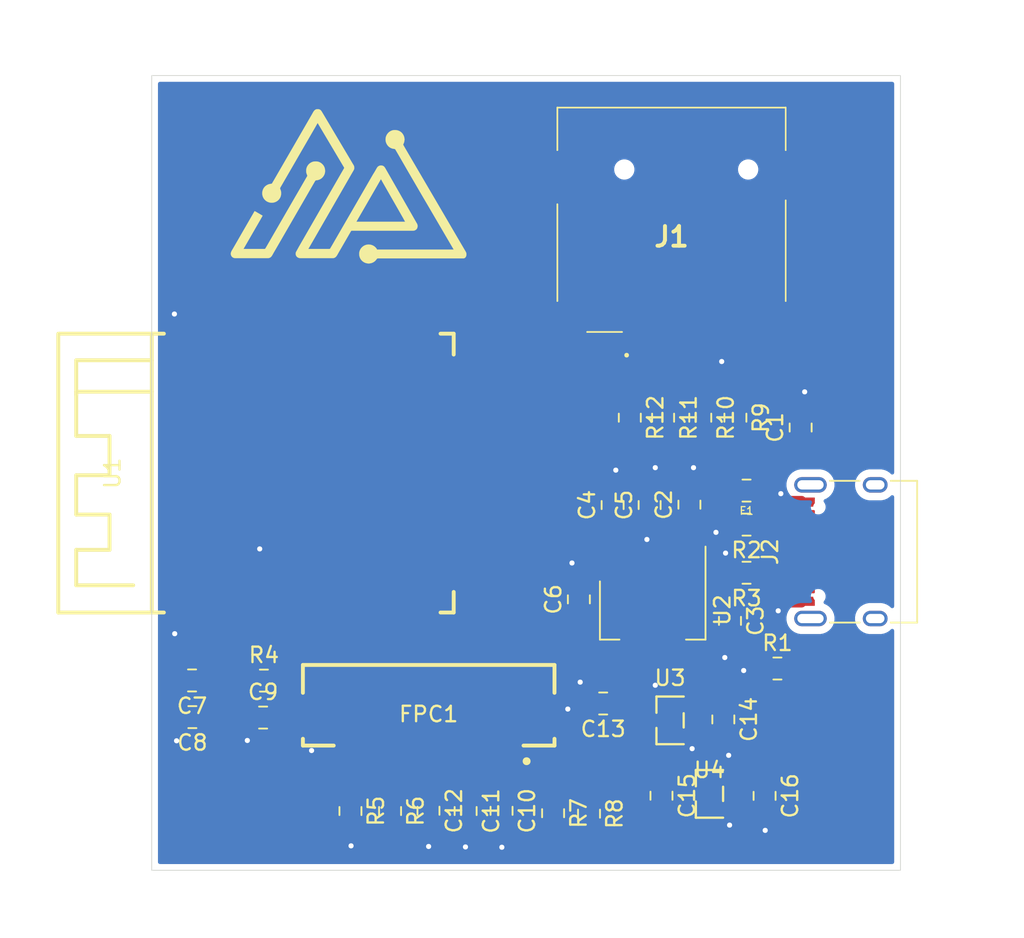
<source format=kicad_pcb>
(kicad_pcb (version 20240108) (generator "pcbnew") (generator_version "8.0")
  (layers (0 "F.Cu" signal) (31 "B.Cu" signal) (34 "B.Paste" user) (35 "F.Paste" user) (36 "B.SilkS" user "B.Silkscreen") (37 "F.SilkS" user "F.Silkscreen") (38 "B.Mask" user) (39 "F.Mask" user) (44 "Edge.Cuts" user))
  (net 0 "")
  (net 1 "Net-(J2-SHLD)")
  (net 2 "GND")
  (net 3 "USB_5V")
  (net 4 "3V3_LDO")
  (net 5 "Net-(U1-EN)")
  (net 6 "Net-(C10-Pad1)")
  (net 7 "2V8_LDO")
  (net 8 "1V8_LDO")
  (net 9 "Net-(F1-Pad1)")
  (net 10 "CAM_Y3")
  (net 11 "CAM_Y0")
  (net 12 "CAM_PCLK")
  (net 13 "CAM_Y2")
  (net 14 "CAM_Y1")
  (net 15 "CAM_Y7")
  (net 16 "CAM_SCL")
  (net 17 "CAM_HREF")
  (net 18 "CAM_XCLK")
  (net 19 "CAM_VSYNC")
  (net 20 "CAM_SDA")
  (net 21 "CAM_Y5")
  (net 22 "CAM_Y4")
  (net 23 "CAM_Y6")
  (net 25 "Net-(FPC1-Pad8)")
  (net 30 "SD_SCK")
  (net 31 "SD_CS")
  (net 35 "SD_DO")
  (net 36 "SD_DI")
  (net 38 "USB_D-")
  (net 39 "USB_D+")
  (net 40 "Net-(J2-CC2)")
  (net 41 "Net-(J2-CC1)")
  (footprint "Remal_KiCadLib:R_0805_2012m" (layer "F.Cu") (at 158.625 86.86 -90)
    (property "Reference" "R10")
    (property "Value" "4.7k")
  )
  (footprint "Remal_KiCadLib:C_0805_2012m" (layer "F.Cu") (at 130.39 106.24)
    (property "Reference" "C9")
    (property "Value" "0.1uF")
  )
  (footprint "Remal_KiCadLib:R_0805_2012m" (layer "F.Cu") (at 156.225 86.86 -90)
    (property "Reference" "R11")
    (property "Value" "4.7k")
  )
  (footprint "easyeda2kicad:WIRELM-SMD_ESP32-S3-WROOM-1" (layer "F.Cu") (at 133.55 90.45 90)
    (property "Reference" "U1")
    (property "Value" "ESP32-S3-WROOM-1(N8R8)")
  )
  (footprint "Remal_KiCadLib:SD_Micro_TFPUSH" (layer "F.Cu") (at 156.77 74.07 180)
    (property "Reference" "J1")
    (property "Value" "SD_Micro_TFPUSH" (hide yes))
  )
  (footprint "Remal_KiCadLib:C_0805_2012m" (layer "F.Cu") (at 143.47 112.28 -90)
    (property "Reference" "C11")
    (property "Value" "4.7uF")
  )
  (footprint "Remal_KiCadLib:R_0805_2012m" (layer "F.Cu") (at 154.075 86.86 -90)
    (property "Reference" "R12")
    (property "Value" "4.7k")
  )
  (footprint "Remal_KiCadLib:R_0805_2012m" (layer "F.Cu") (at 149.12 112.42 -90)
    (property "Reference" "R7")
    (property "Value" "4.7k")
  )
  (footprint "Remal_KiCadLib:C_0805_2012m" (layer "F.Cu") (at 141.07 112.26 -90)
    (property "Reference" "C12")
    (property "Value" "10nF")
  )
  (footprint "Remal_KiCadLib:R_0805_2012m" (layer "F.Cu") (at 138.59 112.28 -90)
    (property "Reference" "R6")
    (property "Value" "10k")
  )
  (footprint "Remal_KiCadLib:C_0805_2012m" (layer "F.Cu") (at 165.11 87.495 90)
    (property "Reference" "C1")
    (property "Value" "0.1uF/50V")
  )
  (footprint "Remal_KiCadLib:C_0805_2012m" (layer "F.Cu") (at 157.925 92.48 90)
    (property "Reference" "C2")
    (property "Value" "22uF")
  )
  (footprint "easyeda2kicad:SOT-23-3_L2.9-W1.6-P1.90-LS2.8-BR" (layer "F.Cu") (at 156.675 106.42)
    (property "Reference" "U3")
    (property "Value" "GR6206P282MR-G")
  )
  (footprint "Remal_KiCadLib:USB_C_16Pin_C167321" (layer "F.Cu") (at 168.85 95.52 90)
    (property "Reference" "J2")
    (property "Value" "USB_C_16Pin_C167321")
  )
  (footprint "Remal_KiCadLib:R_0805_2012m" (layer "F.Cu") (at 136.03 112.28 -90)
    (property "Reference" "R5")
    (property "Value" "10k")
  )
  (footprint "Remal_KiCadLib:R_0805_2012m" (layer "F.Cu") (at 130.44 103.85)
    (property "Reference" "R4")
    (property "Value" "4.7k")
  )
  (footprint "Remal_KiCadLib:SOT-223" (layer "F.Cu") (at 155.555 99.29 -90)
    (property "Reference" "U2")
    (property "Value" "LDO_3V3_2A_AIC1221-33GY3TR")
  )
  (footprint "Remal_KiCadLib:C_0805_2012m" (layer "F.Cu") (at 156.12 111.29 -90)
    (property "Reference" "C15")
    (property "Value" "1uF")
  )
  (footprint "Remal_KiCadLib:Fuse_0805_2012m" (layer "F.Cu") (at 161.615 91.57 180)
    (property "Reference" "F1")
    (property "Value" "Fuse_9V_Hold200mA_Trip500mA" (hide yes))
  )
  (footprint "Remal_KiCadLib:C_0805_2012m" (layer "F.Cu") (at 160.115 106.36 -90)
    (property "Reference" "C14")
    (property "Value" "1uF")
  )
  (footprint "Remal_KiCadLib:C_0805_2012m" (layer "F.Cu") (at 145.79 112.265 -90)
    (property "Reference" "C10")
    (property "Value" "10nF")
  )
  (footprint "Remal_KiCadLib:R_0805_2012m" (layer "F.Cu") (at 161.615 96.88 180)
    (property "Reference" "R3")
    (property "Value" "5.1K")
  )
  (footprint "Remal_KiCadLib:C_0805_2012m" (layer "F.Cu") (at 155.355 92.505 90)
    (property "Reference" "C5")
    (property "Value" "22uF")
  )
  (footprint "easyeda2kicad:SOT-23-3_L2.9-W1.6-P1.90-LS2.8-BR" (layer "F.Cu") (at 159.22 111.17)
    (property "Reference" "U4")
    (property "Value" "GR6206P182MR-G")
  )
  (footprint "Remal_KiCadLib:R_0805_2012m" (layer "F.Cu") (at 160.895 86.86 -90)
    (property "Reference" "R9")
    (property "Value" "4.7k")
  )
  (footprint "Remal_KiCadLib:C_0805_2012m" (layer "F.Cu") (at 125.82 106.21 180)
    (property "Reference" "C8")
    (property "Value" "0.1uF")
  )
  (footprint "Remal_KiCadLib:C_0805_2012m" (layer "F.Cu") (at 150.785 98.6 90)
    (property "Reference" "C6")
    (property "Value" "1uF")
  )
  (footprint "Remal_KiCadLib:C_0805_2012m" (layer "F.Cu") (at 162.78 111.3 -90)
    (property "Reference" "C16")
    (property "Value" "1uF")
  )
  (footprint "Remal_KiCadLib:R_0805_2012m" (layer "F.Cu") (at 161.615 93.77 180)
    (property "Reference" "R2")
    (property "Value" "5.1K")
  )
  (footprint "Remal_KiCadLib:R_0805_2012m" (layer "F.Cu") (at 151.44 112.45 -90)
    (property "Reference" "R8")
    (property "Value" "4.7k")
  )
  (footprint "Remal_KiCadLib:C_0805_2012m" (layer "F.Cu") (at 160.545 99.99 -90)
    (property "Reference" "C3")
    (property "Value" "4.7uF")
  )
  (footprint "easyeda2kicad:FPC-SMD_24P-P0.50_FPC-05F-24PH20" (layer "F.Cu") (at 141.08 107.41 180)
    (property "Reference" "FPC1")
    (property "Value" "FPC-05F-24PH20")
  )
  (footprint "Remal_KiCadLib:R_0805_2012m" (layer "F.Cu") (at 163.61 103.07)
    (property "Reference" "R1")
    (property "Value" "1M")
  )
  (footprint "Remal_KiCadLib:C_0805_2012m" (layer "F.Cu") (at 152.355 105.33 180)
    (property "Reference" "C13")
    (property "Value" "1uF")
  )
  (footprint "Remal_KiCadLib:C_0805_2012m" (layer "F.Cu") (at 152.965 92.505 90)
    (property "Reference" "C4")
    (property "Value" "22uF")
  )
  (footprint "Remal_KiCadLib:C_0805_2012m" (layer "F.Cu") (at 125.8 103.84 180)
    (property "Reference" "C7")
    (property "Value" "22uF")
  )
  (gr_poly (pts (xy 138.930607 68.271621) (xy 138.977048 68.275125) (xy 139.022152 68.281352) (xy 139.065865 68.290314) (xy 139.108132 68.302023) (xy 139.148901 68.316492) (xy 139.188117 68.333732) (xy 139.225726 68.353758) (xy 139.261674 68.376581) (xy 139.295907 68.402213) (xy 139.328372 68.430668) (xy 139.359014 68.461956) (xy 139.38778 68.496092) (xy 139.414615 68.533087) (xy 139.439466 68.572955) (xy 139.462279 68.615706) (xy 139.468924 68.629878) (xy 139.475361 68.645003) (xy 139.481555 68.660959) (xy 139.487473 68.677624) (xy 139.493078 68.694875) (xy 139.498337 68.71259) (xy 139.503214 68.730648) (xy 139.507674 68.748926) (xy 139.511684 68.767301) (xy 139.515207 68.785652) (xy 139.51821 68.803856) (xy 139.520657 68.821791) (xy 139.522514 68.839336) (xy 139.523746 68.856367) (xy 139.524319 68.872763) (xy 139.524196 68.888401) (xy 139.523666 68.899801) (xy 139.522782 68.911941) (xy 139.520025 68.937993) (xy 139.516081 68.965661) (xy 139.511103 68.99405) (xy 139.505245 69.022267) (xy 139.498661 69.049417) (xy 139.491506 69.074603) (xy 139.487762 69.086181) (xy 139.483933 69.096933) (xy 139.478502 69.110033) (xy 139.471415 69.125804) (xy 139.463492 69.143331) (xy 139.455551 69.161698) (xy 139.45183 69.17091) (xy 139.448411 69.17999) (xy 139.445397 69.188822) (xy 139.44289 69.197291) (xy 139.440993 69.205284) (xy 139.439807 69.212686) (xy 139.439514 69.21613) (xy 139.439436 69.219383) (xy 139.439588 69.222431) (xy 139.439981 69.22526) (xy 139.538954 69.40171) (xy 139.744438 69.754609) (xy 141.349811 72.497603) (xy 142.095712 73.772854) (xy 142.413482 74.318245) (xy 143.008761 75.336841) (xy 143.404168 76.010558) (xy 143.432706 76.059022) (xy 143.448686 76.086098) (xy 143.464703 76.114042) (xy 143.47993 76.142085) (xy 143.48699 76.155902) (xy 143.493541 76.169454) (xy 143.499482 76.182645) (xy 143.504709 76.19538) (xy 143.509117 76.20756) (xy 143.512605 76.219091) (xy 143.517839 76.242561) (xy 143.521257 76.267039) (xy 143.522836 76.292245) (xy 143.522556 76.317899) (xy 143.520395 76.34372) (xy 143.516331 76.369429) (xy 143.510343 76.394746) (xy 143.502409 76.419391) (xy 143.492508 76.443084) (xy 143.486813 76.454485) (xy 143.480618 76.465544) (xy 143.47392 76.476225) (xy 143.466718 76.486493) (xy 143.459007 76.496313) (xy 143.450786 76.505649) (xy 143.442051 76.514468) (xy 143.432801 76.522734) (xy 143.423032 76.530412) (xy 143.412741 76.537467) (xy 143.401927 76.543863) (xy 143.390585 76.549567) (xy 143.378715 76.554543) (xy 143.366312 76.558756) (xy 143.362516 76.559819) (xy 143.358653 76.56073) (xy 143.354732 76.561501) (xy 143.35076 76.562142) (xy 143.346745 76.562666) (xy 143.342697 76.563084) (xy 143.334531 76.563649) (xy 143.326327 76.563927) (xy 143.318151 76.564012) (xy 143.302148 76.56397) (xy 137.824183 76.56397) (xy 137.80877 76.56385) (xy 137.800631 76.563936) (xy 137.796529 76.564085) (xy 137.792432 76.564331) (xy 137.788362 76.564693) (xy 137.784341 76.565192) (xy 137.78039 76.565847) (xy 137.77653 76.566677) (xy 137.772783 76.567703) (xy 137.769168 76.568944) (xy 137.765709 76.57042) (xy 137.762426 76.572151) (xy 137.760645 76.573264) (xy 137.758809 76.574552) (xy 137.754992 76.577611) (xy 137.751012 76.581247) (xy 137.746903 76.585378) (xy 137.742704 76.589925) (xy 137.738449 76.594806) (xy 137.734177 76.599939) (xy 137.729922 76.605245) (xy 137.721613 76.616049) (xy 137.713813 76.626571) (xy 137.700908 76.644174) (xy 137.68987 76.658591) (xy 137.679059 76.672226) (xy 137.668272 76.685229) (xy 137.657307 76.697751) (xy 137.645963 76.709942) (xy 137.640085 76.71596) (xy 137.634036 76.721952) (xy 137.627792 76.727937) (xy 137.621326 76.733933) (xy 137.614614 76.739959) (xy 137.60763 76.746034) (xy 137.586287 76.763415) (xy 137.564076 76.779786) (xy 137.541063 76.795128) (xy 137.517314 76.809424) (xy 137.492893 76.822655) (xy 137.467865 76.834805) (xy 137.442297 76.845853) (xy 137.416253 76.855784) (xy 137.389797 76.864578) (xy 137.362997 76.872217) (xy 137.335916 76.878685) (xy 137.308619 76.883962) (xy 137.281173 76.888031) (xy 137.253642 76.890873) (xy 137.226092 76.892472) (xy 137.198587 76.892808) (xy 137.150688 76.89034) (xy 137.10349 76.884131) (xy 137.057189 76.874311) (xy 137.011984 76.861005) (xy 136.968074 76.84434) (xy 136.925656 76.824445) (xy 136.884928 76.801445) (xy 136.846089 76.775469) (xy 136.809336 76.746643) (xy 136.774868 76.715094) (xy 136.742883 76.68095) (xy 136.713579 76.644337) (xy 136.687153 76.605383) (xy 136.663804 76.564215) (xy 136.643731 76.52096) (xy 136.634984 76.49859) (xy 136.627131 76.475745) (xy 136.6225 76.460796) (xy 136.618338 76.446282) (xy 136.614623 76.432135) (xy 136.611333 76.41829) (xy 136.608446 76.404677) (xy 136.605941 76.391232) (xy 136.603795 76.377885) (xy 136.601986 76.364571) (xy 136.600494 76.351222) (xy 136.599296 76.337772) (xy 136.597693 76.310296) (xy 136.597004 76.281609) (xy 136.597054 76.251172) (xy 136.597802 76.22865) (xy 136.599492 76.206276) (xy 136.605618 76.16205) (xy 136.615274 76.118663) (xy 136.628301 76.076284) (xy 136.644542 76.03508) (xy 136.663838 75.99522) (xy 136.686032 75.956874) (xy 136.710964 75.920208) (xy 136.738478 75.885393) (xy 136.768414 75.852595) (xy 136.800615 75.821984) (xy 136.834923 75.793728) (xy 136.871179 75.767996) (xy 136.909225 75.744956) (xy 136.948903 75.724776) (xy 136.990056 75.707626) (xy 137.000998 75.703676) (xy 137.011711 75.700054) (xy 137.022234 75.696738) (xy 137.032603 75.69371) (xy 137.042855 75.690947) (xy 137.053027 75.688431) (xy 137.073278 75.684056) (xy 137.093654 75.680422) (xy 137.11445 75.677365) (xy 137.135961 75.674724) (xy 137.158485 75.672336) (xy 137.206608 75.667124) (xy 137.334935 75.683324) (xy 137.359656 75.688764) (xy 137.384024 75.69518) (xy 137.408013 75.702565) (xy 137.431599 75.710907) (xy 137.454755 75.720198) (xy 137.477456 75.730427) (xy 137.499676 75.741586) (xy 137.52139 75.753664) (xy 137.542572 75.766652) (xy 137.563197 75.78054) (xy 137.583238 75.795318) (xy 137.60267 75.810978) (xy 137.621468 75.827508) (xy 137.639606 75.844901) (xy 137.657058 75.863145) (xy 137.673799 75.882232) (xy 137.696562 75.908698) (xy 137.701907 75.915005) (xy 137.707071 75.921291) (xy 137.712032 75.92761) (xy 137.716768 75.934014) (xy 137.721258 75.940553) (xy 137.725481 75.947281) (xy 137.729413 75.95425) (xy 137.733035 75.96151) (xy 137.736324 75.969115) (xy 137.739258 75.977117) (xy 137.740586 75.981283) (xy 137.741817 75.985567) (xy 137.742948 75.989977) (xy 137.743978 75.994518) (xy 142.700615 75.994518) (xy 141.978694 74.759368) (xy 141.373872 73.724731) (xy 140.965952 73.026952) (xy 140.650749 72.489582) (xy 139.791439 71.01382) (xy 139.226557 70.035325) (xy 139.022598 69.682426) (xy 138.923786 69.516242) (xy 138.921377 69.513614) (xy 138.918904 69.511169) (xy 138.91637 69.5089) (xy 138.913777 69.506799) (xy 138.911126 69.504858) (xy 138.908422 69.50307) (xy 138.905665 69.501427) (xy 138.902858 69.499922) (xy 138.900005 69.498546) (xy 138.897106 69.497292) (xy 138.891183 69.495121) (xy 138.885108 69.493347) (xy 138.878901 69.49191) (xy 138.87258 69.490748) (xy 138.866164 69.4898) (xy 138.853124 69.488304) (xy 138.839932 69.486934) (xy 138.833326 69.486144) (xy 138.826738 69.485203) (xy 138.803001 69.481206) (xy 138.780276 69.476826) (xy 138.758298 69.471928) (xy 138.736799 69.466375) (xy 138.715515 69.460032) (xy 138.694179 69.452765) (xy 138.672526 69.444438) (xy 138.650289 69.434915) (xy 138.630032 69.425296) (xy 138.61025 69.414908) (xy 138.590955 69.403775) (xy 138.572158 69.39192) (xy 138.553872 69.379368) (xy 138.536109 69.366142) (xy 138.518882 69.352266) (xy 138.502201 69.337766) (xy 138.486079 69.322663) (xy 138.470529 69.306983) (xy 138.455563 69.290749) (xy 138.441192 69.273985) (xy 138.427428 69.256715) (xy 138.414284 69.238964) (xy 138.401772 69.220754) (xy 138.389905 69.202111) (xy 138.378693 69.183057) (xy 138.368149 69.163618) (xy 138.358285 69.143816) (xy 138.349114 69.123676) (xy 138.340648 69.103222) (xy 138.332897 69.082478) (xy 138.325876 69.061467) (xy 138.319595 69.040214) (xy 138.314067 69.018743) (xy 138.309305 68.997077) (xy 138.305319 68.975241) (xy 138.302122 68.953258) (xy 138.299727 68.931152) (xy 138.298145 68.908948) (xy 138.297388 68.886669) (xy 138.297469 68.86434) (xy 138.298871 68.834979) (xy 138.301716 68.805891) (xy 138.305969 68.777117) (xy 138.311593 68.748701) (xy 138.318555 68.720685) (xy 138.326818 68.693111) (xy 138.336347 68.666023) (xy 138.347107 68.639461) (xy 138.359063 68.61347) (xy 138.372179 68.588092) (xy 138.38642 68.563368) (xy 138.401751 68.539342) (xy 138.418137 68.516057) (xy 138.435541 68.493554) (xy 138.45393 68.471876) (xy 138.473267 68.451066) (xy 138.493518 68.431166) (xy 138.514647 68.41222) (xy 138.536618 68.394268) (xy 138.559397 68.377354) (xy 138.582948 68.361521) (xy 138.607236 68.346811) (xy 138.632226 68.333266) (xy 138.657882 68.320929) (xy 138.684169 68.309843) (xy 138.711051 68.30005) (xy 138.738495 68.291592) (xy 138.766463 68.284513) (xy 138.794921 68.278854) (xy 138.823834 68.274658) (xy 138.853166 68.271968) (xy 138.882882 68.270827)) (stroke (width 0.00802) (color 253 179 2 1)) (fill solid) (layer "F.SilkS"))
  (gr_poly (pts (xy 133.83 70.3) (xy 133.849605 70.300677) (xy 133.869201 70.302227) (xy 133.908269 70.307858) (xy 133.947015 70.316716) (xy 133.985253 70.328623) (xy 134.022795 70.343402) (xy 134.059452 70.360877) (xy 134.095038 70.38087) (xy 134.129363 70.403203) (xy 134.162241 70.4277) (xy 134.193484 70.454184) (xy 134.222904 70.482477) (xy 134.250314 70.512402) (xy 134.275525 70.543781) (xy 134.29835 70.576439) (xy 134.318601 70.610197) (xy 134.33609 70.644879) (xy 134.34455 70.664087) (xy 134.352153 70.682842) (xy 134.358939 70.701224) (xy 134.364949 70.719309) (xy 134.370224 70.737176) (xy 134.374804 70.754904) (xy 134.378732 70.772569) (xy 134.382047 70.79025) (xy 134.384791 70.808025) (xy 134.387004 70.825972) (xy 134.388728 70.844169) (xy 134.390003 70.862695) (xy 134.390869 70.881626) (xy 134.391369 70.901041) (xy 134.391431 70.941636) (xy 134.389164 70.98307) (xy 134.383459 71.024262) (xy 134.374474 71.065019) (xy 134.362366 71.105147) (xy 134.34729 71.144453) (xy 134.329405 71.182743) (xy 134.308867 71.219826) (xy 134.285832 71.255506) (xy 134.260458 71.289592) (xy 134.232901 71.321889) (xy 134.203319 71.352204) (xy 134.171868 71.380345) (xy 134.138704 71.406118) (xy 134.103986 71.42933) (xy 134.067869 71.449787) (xy 134.030511 71.467296) (xy 134.012989 71.474304) (xy 133.994474 71.481013) (xy 133.975245 71.487335) (xy 133.95558 71.493182) (xy 133.935757 71.498464) (xy 133.916054 71.503095) (xy 133.89675 71.506984) (xy 133.878122 71.510045) (xy 133.853748 71.512993) (xy 133.839293 71.51476) (xy 133.824366 71.516903) (xy 133.816969 71.518157) (xy 133.809747 71.519557) (xy 133.802797 71.521118) (xy 133.796216 71.522858) (xy 133.790103 71.524793) (xy 133.784554 71.52694) (xy 133.779668 71.529317) (xy 133.775541 71.531941) (xy 133.771271 71.535589) (xy 133.766652 71.540417) (xy 133.761745 71.546274) (xy 133.75661 71.553009) (xy 133.75131 71.560472) (xy 133.745903 71.568512) (xy 133.735018 71.585718) (xy 133.72444 71.60342) (xy 133.714658 71.620411) (xy 133.699427 71.647435) (xy 133.560673 71.888049) (xy 131.569437 75.336841) (xy 131.179883 76.010558) (xy 131.049311 76.235132) (xy 131.016833 76.294959) (xy 130.984747 76.352141) (xy 130.968213 76.379228) (xy 130.951009 76.405039) (xy 130.932882 76.429369) (xy 130.913575 76.452014) (xy 130.903399 76.462641) (xy 130.892832 76.472769) (xy 130.881843 76.482374) (xy 130.870399 76.491429) (xy 130.858469 76.49991) (xy 130.84602 76.50779) (xy 130.83302 76.515043) (xy 130.819438 76.521645) (xy 130.805242 76.52757) (xy 130.7904 76.532792) (xy 130.774879 76.537286) (xy 130.758648 76.541025) (xy 130.741675 76.543984) (xy 130.723928 76.546139) (xy 130.705375 76.547462) (xy 130.685984 76.547929) (xy 128.592648 76.547929) (xy 128.569315 76.547012) (xy 128.546441 76.54449) (xy 128.524102 76.54039) (xy 128.502377 76.534737) (xy 128.481344 76.527558) (xy 128.461081 76.518879) (xy 128.441665 76.508728) (xy 128.423175 76.49713) (xy 128.405689 76.484111) (xy 128.389285 76.469699) (xy 128.374041 76.45392) (xy 128.360035 76.4368) (xy 128.347344 76.418365) (xy 128.336047 76.398642) (xy 128.330946 76.388306) (xy 128.326222 76.377658) (xy 128.321886 76.366701) (xy 128.317947 76.355438) (xy 128.315719 76.348414) (xy 128.313719 76.341632) (xy 128.311938 76.335055) (xy 128.310364 76.328646) (xy 128.308989 76.322367) (xy 128.307801 76.316181) (xy 128.30679 76.31005) (xy 128.305947 76.303937) (xy 128.30526 76.297804) (xy 128.304721 76.291614) (xy 128.304317 76.285329) (xy 128.30404 76.278912) (xy 128.303825 76.265531) (xy 128.303992 76.251172) (xy 128.305292 76.231172) (xy 128.308166 76.211164) (xy 128.312476 76.191176) (xy 128.31808 76.171237) (xy 128.32484 76.151377) (xy 128.332614 76.131624) (xy 128.341265 76.112008) (xy 128.350651 76.092558) (xy 128.360632 76.073302) (xy 128.37107 76.054269) (xy 128.392755 76.016992) (xy 128.435447 75.946395) (xy 128.722178 75.449128) (xy 129.521816 74.06159) (xy 129.835817 73.5162) (xy 129.847171 73.518749) (xy 129.858738 73.522131) (xy 129.870477 73.52626) (xy 129.882348 73.53105) (xy 129.89431 73.536416) (xy 129.906323 73.542273) (xy 129.918346 73.548536) (xy 129.930338 73.555119) (xy 129.954067 73.568904) (xy 129.977185 73.582947) (xy 129.999367 73.596566) (xy 130.020287 73.609077) (xy 130.357146 73.804936) (xy 130.223044 74.045549) (xy 129.935431 74.542817) (xy 129.121997 75.954415) (xy 130.453391 75.954415) (xy 130.468654 75.954536) (xy 130.476824 75.954449) (xy 130.480955 75.9543) (xy 130.485082 75.954054) (xy 130.48918 75.953692) (xy 130.493223 75.953193) (xy 130.497187 75.952539) (xy 130.501044 75.951708) (xy 130.504771 75.950682) (xy 130.50834 75.949441) (xy 130.511728 75.947965) (xy 130.514908 75.946234) (xy 130.516709 75.945076) (xy 130.518487 75.943801) (xy 130.520243 75.942415) (xy 130.521976 75.940925) (xy 130.525373 75.937657) (xy 130.528678 75.934046) (xy 130.531892 75.930143) (xy 130.535013 75.925998) (xy 130.53804 75.92166) (xy 130.540975 75.91718) (xy 130.543815 75.912609) (xy 130.546561 75.907995) (xy 130.551767 75.898841) (xy 130.561026 75.882232) (xy 130.64107 75.745884) (xy 131.034232 75.064146) (xy 132.173136 73.091116) (xy 132.553545 72.433439) (xy 132.68869 72.200846) (xy 133.077281 71.527129) (xy 133.183712 71.342658) (xy 133.215133 71.289864) (xy 133.223899 71.27447) (xy 133.231625 71.26012) (xy 133.234877 71.253637) (xy 133.237605 71.247774) (xy 133.239722 71.242653) (xy 133.241139 71.238392) (xy 133.241869 71.235321) (xy 133.242396 71.232159) (xy 133.24273 71.228911) (xy 133.242879 71.225584) (xy 133.242854 71.222183) (xy 133.242665 71.218717) (xy 133.241828 71.21161) (xy 133.240445 71.204314) (xy 133.238593 71.196879) (xy 133.236346 71.189357) (xy 133.23378 71.181798) (xy 133.230972 71.174253) (xy 133.227998 71.166773) (xy 133.221852 71.152211) (xy 133.215951 71.13852) (xy 133.210902 71.126106) (xy 133.203586 71.105416) (xy 133.196618 71.083026) (xy 133.19018 71.059449) (xy 133.184454 71.035194) (xy 133.179624 71.010775) (xy 133.177601 70.998663) (xy 133.17587 70.986701) (xy 133.174454 70.974953) (xy 133.173376 70.963484) (xy 133.172658 70.952357) (xy 133.172323 70.941636) (xy 133.172323 70.885493) (xy 133.17289 70.860941) (xy 133.174503 70.836611) (xy 133.17714 70.812525) (xy 133.180781 70.788705) (xy 133.185405 70.765173) (xy 133.190991 70.741952) (xy 133.204964 70.696528) (xy 133.222534 70.652612) (xy 133.243534 70.610378) (xy 133.267798 70.570006) (xy 133.295156 70.531671) (xy 133.325444 70.49555) (xy 133.358493 70.46182) (xy 133.394137 70.430659) (xy 133.432208 70.402243) (xy 133.47254 70.376749) (xy 133.514965 70.354355) (xy 133.559317 70.335236) (xy 133.605428 70.31957) (xy 133.620475 70.315361) (xy 133.635075 70.311758) (xy 133.649294 70.308717) (xy 133.663198 70.306192) (xy 133.676857 70.30414) (xy 133.690335 70.302515) (xy 133.703701 70.301274) (xy 133.717022 70.300371) (xy 133.743795 70.299404) (xy 133.771191 70.299257)) (stroke (width 0.00802) (color 253 179 2 1)) (fill solid) (layer "F.SilkS"))
  (gr_poly (pts (xy 133.934266 66.923391) (xy 133.949251 66.92388) (xy 133.963621 66.924975) (xy 133.977398 66.926659) (xy 133.990605 66.928915) (xy 134.003267 66.931726) (xy 134.015407 66.935076) (xy 134.027048 66.938947) (xy 134.038213 66.943324) (xy 134.048927 66.948188) (xy 134.059212 66.953523) (xy 134.069093 66.959312) (xy 134.078592 66.965539) (xy 134.087733 66.972186) (xy 134.096539 66.979237) (xy 134.105034 66.986675) (xy 134.113242 66.994483) (xy 134.128889 67.011141) (xy 134.143667 67.029077) (xy 134.157764 67.048157) (xy 134.171368 67.068244) (xy 134.184666 67.089206) (xy 134.197847 67.110906) (xy 134.224606 67.155984) (xy 134.353575 67.372537) (xy 135.200374 68.800176) (xy 135.981084 70.11553) (xy 136.166197 70.428327) (xy 136.179586 70.451086) (xy 136.19214 70.47174) (xy 136.214711 70.508116) (xy 136.224716 70.524526) (xy 136.233856 70.540212) (xy 136.242126 70.555519) (xy 136.249519 70.57079) (xy 136.256027 70.586372) (xy 136.261643 70.602609) (xy 136.266362 70.619846) (xy 136.270175 70.638428) (xy 136.273076 70.6587) (xy 136.275058 70.681006) (xy 136.276114 70.705693) (xy 136.276236 70.733104) (xy 136.275584 70.7475) (xy 136.274031 70.761645) (xy 136.271642 70.775552) (xy 136.268484 70.789237) (xy 136.264622 70.802716) (xy 136.260122 70.816003) (xy 136.255049 70.829113) (xy 136.249468 70.842062) (xy 136.243446 70.854864) (xy 136.237048 70.867534) (xy 136.223384 70.892541) (xy 136.194428 70.941636) (xy 136.055032 71.182249) (xy 135.46954 72.200846) (xy 133.969797 74.807491) (xy 133.564122 75.513291) (xy 133.308671 75.954415) (xy 134.640065 75.954415) (xy 134.655523 75.954525) (xy 134.663803 75.954428) (xy 134.667991 75.954275) (xy 134.672177 75.954025) (xy 134.676336 75.953659) (xy 134.680442 75.953158) (xy 134.68447 75.952503) (xy 134.688395 75.951675) (xy 134.69219 75.950653) (xy 134.69583 75.949418) (xy 134.69929 75.947952) (xy 134.702544 75.946234) (xy 134.70425 75.945173) (xy 134.705923 75.944021) (xy 134.707565 75.942783) (xy 134.709176 75.941464) (xy 134.712307 75.938601) (xy 134.715323 75.935468) (xy 134.718229 75.932103) (xy 134.721029 75.928543) (xy 134.723729 75.924823) (xy 134.726335 75.92098) (xy 134.728852 75.917052) (xy 134.731284 75.913076) (xy 134.735918 75.905124) (xy 134.744411 75.890252) (xy 134.824455 75.753904) (xy 135.19925 75.104249) (xy 135.723149 74.197937) (xy 136.412584 74.197937) (xy 139.564619 74.197937) (xy 139.423621 73.941283) (xy 139.154373 73.468077) (xy 138.338694 72.040437) (xy 138.114041 71.647435) (xy 138.008653 71.454945) (xy 137.992612 71.454945) (xy 137.619019 72.104601) (xy 136.790748 73.540261) (xy 136.526073 73.997426) (xy 136.412584 74.197937) (xy 135.723149 74.197937) (xy 136.200684 73.371831) (xy 136.755859 72.409378) (xy 137.482672 71.150167) (xy 137.582365 70.989758) (xy 137.684466 70.813309) (xy 137.705438 70.776089) (xy 137.717114 70.755432) (xy 137.729291 70.734387) (xy 137.741749 70.713689) (xy 137.754271 70.69407) (xy 137.760486 70.684894) (xy 137.766636 70.676262) (xy 137.772691 70.668267) (xy 137.778626 70.661001) (xy 137.789119 70.649589) (xy 137.800678 70.638581) (xy 137.8132 70.628033) (xy 137.826581 70.617999) (xy 137.840719 70.608537) (xy 137.855511 70.599702) (xy 137.870853 70.591549) (xy 137.886642 70.584134) (xy 137.902775 70.577514) (xy 137.919149 70.571744) (xy 137.93566 70.566879) (xy 137.952207 70.562977) (xy 137.968684 70.560091) (xy 137.98499 70.558279) (xy 138.001021 70.557596) (xy 138.016673 70.558098) (xy 138.033964 70.559674) (xy 138.050443 70.561821) (xy 138.066144 70.564527) (xy 138.0811 70.56778) (xy 138.095344 70.571566) (xy 138.10891 70.575873) (xy 138.121832 70.580688) (xy 138.134141 70.585999) (xy 138.145873 70.591793) (xy 138.15706 70.598058) (xy 138.167735 70.604781) (xy 138.177933 70.611948) (xy 138.187685 70.619549) (xy 138.197026 70.627569) (xy 138.205989 70.635997) (xy 138.214608 70.644819) (xy 138.230944 70.663597) (xy 138.246302 70.683803) (xy 138.260948 70.705335) (xy 138.275149 70.728092) (xy 138.303283 70.776877) (xy 138.33284 70.82935) (xy 138.644514 71.37474) (xy 140.106641 73.933263) (xy 140.280685 74.23804) (xy 140.298729 74.268877) (xy 140.315166 74.296444) (xy 140.322706 74.309433) (xy 140.329756 74.322123) (xy 140.336285 74.334687) (xy 140.342262 74.347298) (xy 140.347659 74.36013) (xy 140.352444 74.373354) (xy 140.35659 74.387143) (xy 140.360065 74.401672) (xy 140.36284 74.417112) (xy 140.364884 74.433637) (xy 140.366169 74.45142) (xy 140.366664 74.470633) (xy 140.366187 74.493952) (xy 140.364523 74.516583) (xy 140.361639 74.538505) (xy 140.357502 74.559695) (xy 140.35208 74.580131) (xy 140.34534 74.599792) (xy 140.337249 74.618654) (xy 140.327775 74.636696) (xy 140.316884 74.653896) (xy 140.304544 74.670232) (xy 140.290722 74.685682) (xy 140.275385 74.700223) (xy 140.258501 74.713834) (xy 140.240036 74.726492) (xy 140.219958 74.738175) (xy 140.198235 74.748862) (xy 140.189132 74.752794) (xy 140.180153 74.756332) (xy 140.171274 74.759496) (xy 140.16247 74.762304) (xy 140.153718 74.764777) (xy 140.144992 74.766934) (xy 140.136269 74.768794) (xy 140.127525 74.770377) (xy 140.118734 74.771703) (xy 140.109873 74.77279) (xy 140.100917 74.773659) (xy 140.091843 74.77433) (xy 140.073239 74.775151) (xy 140.053867 74.775409) (xy 136.14791 74.775409) (xy 136.134096 74.775523) (xy 136.122151 74.775899) (xy 136.111834 74.776677) (xy 136.107211 74.777261) (xy 136.102905 74.777999) (xy 136.098885 74.778908) (xy 136.095122 74.780006) (xy 136.091585 74.781311) (xy 136.088245 74.78284) (xy 136.085071 74.78461) (xy 136.082033 74.786641) (xy 136.079102 74.788948) (xy 136.076247 74.791551) (xy 136.073438 74.794466) (xy 136.070644 74.797711) (xy 136.067837 74.801304) (xy 136.064986 74.805262) (xy 136.05903 74.814346) (xy 136.052536 74.825104) (xy 136.036974 74.852205) (xy 136.027424 74.868831) (xy 136.016374 74.887696) (xy 135.844737 75.184452) (xy 135.507477 75.769945) (xy 135.251865 76.21107) (xy 135.187237 76.327993) (xy 135.170378 76.356595) (xy 135.152797 76.38434) (xy 135.134273 76.410923) (xy 135.114585 76.436043) (xy 135.093513 76.459396) (xy 135.082389 76.470315) (xy 135.070835 76.480679) (xy 135.058826 76.490449) (xy 135.046332 76.499589) (xy 135.033327 76.508059) (xy 135.019782 76.515822) (xy 135.00567 76.52284) (xy 134.990964 76.529076) (xy 134.975636 76.53449) (xy 134.959658 76.539047) (xy 134.943003 76.542707) (xy 134.925644 76.545432) (xy 134.907551 76.547186) (xy 134.888699 76.547929) (xy 132.795362 76.547929) (xy 132.775696 76.547373) (xy 132.756477 76.545786) (xy 132.737728 76.543197) (xy 132.719475 76.539634) (xy 132.701741 76.535127) (xy 132.684553 76.529705) (xy 132.667933 76.523397) (xy 132.651908 76.516232) (xy 132.636501 76.508239) (xy 132.621737 76.499448) (xy 132.607641 76.489887) (xy 132.594238 76.479586) (xy 132.581552 76.468574) (xy 132.569607 76.45688) (xy 132.558429 76.444533) (xy 132.548042 76.431562) (xy 132.53847 76.417996) (xy 132.529739 76.403865) (xy 132.521872 76.389197) (xy 132.514895 76.374022) (xy 132.508832 76.358369) (xy 132.503708 76.342266) (xy 132.499547 76.325744) (xy 132.496374 76.30883) (xy 132.494213 76.291555) (xy 132.49309 76.273947) (xy 132.493029 76.256036) (xy 132.494055 76.237851) (xy 132.496191 76.21942) (xy 132.499463 76.200773) (xy 132.503896 76.181939) (xy 132.509513 76.162947) (xy 132.703769 75.810048) (xy 133.095487 75.12831) (xy 134.931047 71.936171) (xy 135.429437 71.069963) (xy 135.572683 70.821329) (xy 135.585953 70.798879) (xy 135.594421 70.784462) (xy 135.60311 70.769136) (xy 135.611269 70.753818) (xy 135.614915 70.746448) (xy 135.618147 70.739423) (xy 135.620871 70.732857) (xy 135.622993 70.726866) (xy 135.62442 70.721563) (xy 135.624842 70.719206) (xy 135.625056 70.717063) (xy 135.625095 70.714955) (xy 135.625005 70.712799) (xy 135.624793 70.710599) (xy 135.624464 70.708359) (xy 135.623481 70.703774) (xy 135.622106 70.699074) (xy 135.620388 70.694289) (xy 135.618377 70.689451) (xy 135.61612 70.684591) (xy 135.613667 70.679738) (xy 135.611068 70.674924) (xy 135.608372 70.670179) (xy 135.602882 70.661019) (xy 135.592894 70.644879) (xy 135.512048 70.508532) (xy 135.179039 69.9471) (xy 134.298394 68.463317) (xy 134.046632 68.038234) (xy 133.910204 67.813661) (xy 133.761184 68.078336) (xy 133.464428 68.591645) (xy 132.703929 69.906998) (xy 132.455055 70.340102) (xy 131.83756 71.406822) (xy 131.587643 71.839926) (xy 131.529515 71.938638) (xy 131.512629 71.968565) (xy 131.498112 71.995776) (xy 131.492261 72.00761) (xy 131.487623 72.017862) (xy 131.484406 72.026232) (xy 131.482816 72.032417) (xy 131.482576 72.034946) (xy 131.482524 72.037655) (xy 131.48295 72.043564) (xy 131.484014 72.050051) (xy 131.485637 72.057022) (xy 131.487738 72.064385) (xy 131.490239 72.072047) (xy 131.493059 72.079916) (xy 131.49612 72.087898) (xy 131.502644 72.103832) (xy 131.509174 72.119105) (xy 131.515075 72.132976) (xy 131.51971 72.144703) (xy 131.527366 72.16693) (xy 131.533978 72.18865) (xy 131.536895 72.199391) (xy 131.539554 72.210092) (xy 131.541956 72.22078) (xy 131.544102 72.231484) (xy 131.545994 72.242234) (xy 131.547632 72.253057) (xy 131.549017 72.263983) (xy 131.550151 72.27504) (xy 131.551035 72.286257) (xy 131.551669 72.297662) (xy 131.552054 72.309285) (xy 131.552193 72.321153) (xy 131.552193 72.385316) (xy 131.551289 72.415218) (xy 131.548698 72.444992) (xy 131.544463 72.474569) (xy 131.538628 72.503879) (xy 131.531237 72.532849) (xy 131.522332 72.561411) (xy 131.511959 72.589494) (xy 131.50016 72.617027) (xy 131.48698 72.64394) (xy 131.472461 72.670161) (xy 131.456649 72.695622) (xy 131.439586 72.72025) (xy 131.421316 72.743977) (xy 131.401883 72.76673) (xy 131.38133 72.78844) (xy 131.359702 72.809037) (xy 131.32902 72.835034) (xy 131.297243 72.858631) (xy 131.26448 72.879851) (xy 131.230838 72.898716) (xy 131.196423 72.915249) (xy 131.161344 72.929471) (xy 131.125707 72.941406) (xy 131.089621 72.951075) (xy 131.053192 72.958502) (xy 131.016529 72.963707) (xy 130.979738 72.966715) (xy 130.942927 72.967547) (xy 130.906203 72.966226) (xy 130.869674 72.962773) (xy 130.833447 72.957212) (xy 130.797629 72.949565) (xy 130.762328 72.939854) (xy 130.727652 72.928102) (xy 130.693708 72.914331) (xy 130.660602 72.898563) (xy 130.628444 72.880821) (xy 130.597339 72.861127) (xy 130.567396 72.839503) (xy 130.538721 72.815973) (xy 130.511423 72.790558) (xy 130.485609 72.763281) (xy 130.461385 72.734164) (xy 130.43886 72.70323) (xy 130.418141 72.670501) (xy 130.399335 72.635999) (xy 130.38255 72.599746) (xy 130.367893 72.561766) (xy 130.361039 72.540744) (xy 130.354638 72.518269) (xy 130.348823 72.494778) (xy 130.343722 72.470704) (xy 130.339467 72.446484) (xy 130.336189 72.422553) (xy 130.334957 72.410831) (xy 130.334018 72.399345) (xy 130.333388 72.388148) (xy 130.333085 72.377296) (xy 130.334079 72.329123) (xy 130.338154 72.282004) (xy 130.345281 72.236049) (xy 130.355429 72.191367) (xy 130.368569 72.148066) (xy 130.384671 72.106256) (xy 130.403705 72.066046) (xy 130.425641 72.027544) (xy 130.450449 71.99086) (xy 130.4781 71.956103) (xy 130.508563 71.923382) (xy 130.541809 71.892806) (xy 130.577809 71.864483) (xy 130.616531 71.838523) (xy 130.657946 71.815036) (xy 130.702025 71.794129) (xy 130.719802 71.786758) (xy 130.737463 71.780038) (xy 130.755106 71.773957) (xy 130.772826 71.768504) (xy 130.790719 71.763667) (xy 130.80888 71.759436) (xy 130.827407 71.755798) (xy 130.846393 71.752744) (xy 130.899589 71.746227) (xy 130.915036 71.743931) (xy 130.928976 71.741375) (xy 130.935013 71.740001) (xy 130.940229 71.738563) (xy 130.944478 71.737063) (xy 130.947611 71.7355) (xy 130.949448 71.734257) (xy 130.951302 71.732823) (xy 130.955051 71.729422) (xy 130.958837 71.725387) (xy 130.962641 71.720805) (xy 130.966442 71.715765) (xy 130.970218 71.710357) (xy 130.973951 71.704667) (xy 130.977618 71.698786) (xy 130.984675 71.686802) (xy 130.991226 71.675113) (xy 131.002151 71.655456) (xy 131.100642 71.487026) (xy 131.420497 70.933615) (xy 132.046092 69.850855) (xy 132.671687 68.768094) (xy 133.064849 68.086356) (xy 133.556101 67.236189) (xy 133.606014 67.145183) (xy 133.619028 67.122168) (xy 133.632515 67.099444) (xy 133.646606 67.077208) (xy 133.66143 67.055659) (xy 133.677117 67.034994) (xy 133.693797 67.015411) (xy 133.711598 66.997109) (xy 133.730652 66.980285) (xy 133.740689 66.97249) (xy 133.751087 66.965138) (xy 133.761863 66.958254) (xy 133.773034 66.951865) (xy 133.784614 66.945993) (xy 133.796621 66.940664) (xy 133.809071 66.935902) (xy 133.82198 66.931733) (xy 133.828828 66.929877) (xy 133.835716 66.928295) (xy 133.84264 66.926967) (xy 133.849596 66.925873) (xy 133.856581 66.924991) (xy 133.863591 66.9243) (xy 133.870622 66.923781) (xy 133.877672 66.923411) (xy 133.891808 66.923042) (xy 133.905972 66.923026)) (stroke (width 0.00802) (color 253 179 2 1)) (fill solid) (layer "F.SilkS"))
  (gr_rect (start 123.195 64.75) (end 171.555 116.11) (stroke (width 0.05)) (fill none) (layer "Edge.Cuts"))
  (segment (start 157.915 107.37) (end 157.915 108.065) (width 0.508) (layer "F.Cu") (net 2))
  (segment (start 133.78 91.95) (end 132.38 91.95) (width 0.508) (layer "F.Cu") (net 2))
  (segment (start 165.182825 98.87015) (end 164.12985 98.87015) (width 0.508) (layer "F.Cu") (net 2))
  (segment (start 161.56 103.07) (end 161.43 103.2) (width 0.508) (layer "F.Cu") (net 2))
  (segment (start 143.47 113.305) (end 143.47 114.59) (width 0.508) (layer "F.Cu") (net 2))
  (segment (start 152.965 91.48) (end 152.965 90.455) (width 0.508) (layer "F.Cu") (net 2))
  (segment (start 160.14 93.77) (end 159.64 94.27) (width 0.508) (layer "F.Cu") (net 2))
  (segment (start 160.115 107.385) (end 160.115 108.335) (width 0.508) (layer "F.Cu") (net 2))
  (segment (start 165.11 85.45) (end 165.37 85.19) (width 0.508) (layer "F.Cu") (net 2))
  (segment (start 157.9 91.48) (end 157.925 91.455) (width 0.508) (layer "F.Cu") (net 2))
  (segment (start 130.98 93.35) (end 132.38 93.35) (width 0.508) (layer "F.Cu") (net 2))
  (segment (start 124.775 106.19) (end 124.795 106.21) (width 0.508) (layer "F.Cu") (net 2))
  (segment (start 148.52 106.12) (end 149.64 106.12) (width 0.508) (layer "F.Cu") (net 2))
  (segment (start 145.79 114.6) (end 145.81 114.62) (width 0.508) (layer "F.Cu") (net 2))
  (segment (start 143.47 114.59) (end 143.46 114.6) (width 0.508) (layer "F.Cu") (net 2))
  (segment (start 124.66 81.7) (end 124.66 80.16) (width 0.508) (layer "F.Cu") (net 2))
  (segment (start 130.98 93.35) (end 130.98 94.53) (width 0.508) (layer "F.Cu") (net 2))
  (segment (start 124.66 99.2) (end 124.66 100.8) (width 0.508) (layer "F.Cu") (net 2))
  (segment (start 129.365 106.24) (end 129.365 107.715) (width 0.508) (layer "F.Cu") (net 2))
  (segment (start 157.925 90.355) (end 158.19 90.09) (width 0.508) (layer "F.Cu") (net 2))
  (segment (start 124.795 106.21) (end 124.795 107.735) (width 0.508) (layer "F.Cu") (net 2))
  (segment (start 150.785 96.695) (end 150.34 96.25) (width 0.508) (layer "F.Cu") (net 2))
  (segment (start 162.78 112.325) (end 162.78 113.49) (width 0.508) (layer "F.Cu") (net 2))
  (segment (start 155.555 102.44) (end 155.555 103.985) (width 0.508) (layer "F.Cu") (net 2))
  (segment (start 133.64 106.12) (end 133.64 108.25) (width 0.508) (layer "F.Cu") (net 2))
  (segment (start 160.46 113.13) (end 160.52 113.19) (width 0.508) (layer "F.Cu") (net 2))
  (segment (start 130.98 93.35) (end 130.98 91.95) (width 0.508) (layer "F.Cu") (net 2))
  (segment (start 136.03 113.305) (end 136.03 114.49) (width 0.508) (layer "F.Cu") (net 2))
  (segment (start 160.545 101.015) (end 160.545 102.025) (width 0.508) (layer "F.Cu") (net 2))
  (segment (start 145.79 113.29) (end 145.79 114.6) (width 0.508) (layer "F.Cu") (net 2))
  (segment (start 151.33 105.33) (end 151.33 104.41) (width 0.508) (layer "F.Cu") (net 2))
  (segment (start 130.98 90.55) (end 130.98 91.95) (width 0.508) (layer "F.Cu") (net 2))
  (segment (start 160.46 112.12) (end 160.46 113.13) (width 0.508) (layer "F.Cu") (net 2))
  (segment (start 157.915 108.065) (end 158.1 108.25) (width 0.508) (layer "F.Cu") (net 2))
  (segment (start 129.365 107.715) (end 129.37 107.72) (width 0.508) (layer "F.Cu") (net 2))
  (segment (start 130.98 94.53) (end 130.17 95.34) (width 0.508) (layer "F.Cu") (net 2))
  (segment (start 130.98 90.55) (end 132.38 90.55) (width 0.508) (layer "F.Cu") (net 2))
  (segment (start 152.965 90.455) (end 153.17 90.25) (width 0.508) (layer "F.Cu") (net 2))
  (segment (start 150.785 97.575) (end 150.785 96.695) (width 0.508) (layer "F.Cu") (net 2))
  (segment (start 160.59 95.94) (end 160.26 95.61) (width 0.508) (layer "F.Cu") (net 2))
  (segment (start 165.182825 92.17) (end 164.23 92.17) (width 0.508) (layer "F.Cu") (net 2))
  (segment (start 124.795 107.735) (end 124.8 107.74) (width 0.508) (layer "F.Cu") (net 2))
  (segment (start 160.02 83.22) (end 160.01 83.23) (width 0.508) (layer "F.Cu") (net 2))
  (segment (start 160.59 96.88) (end 160.59 95.94) (width 0.508) (layer "F.Cu") (net 2))
  (segment (start 160.115 108.335) (end 160.46 108.68) (width 0.508) (layer "F.Cu") (net 2))
  (segment (start 133.64 108.25) (end 133.52 108.37) (width 0.508) (layer "F.Cu") (net 2))
  (segment (start 132.38 90.55) (end 133.78 90.55) (width 0.508) (layer "F.Cu") (net 2))
  (segment (start 155.355 90.455) (end 155.72 90.09) (width 0.508) (layer "F.Cu") (net 2))
  (segment (start 155.355 91.48) (end 155.355 90.455) (width 0.508) (layer "F.Cu") (net 2))
  (segment (start 151.33 104.41) (end 150.87 103.95) (width 0.508) (layer "F.Cu") (net 2))
  (segment (start 165.11 86.47) (end 165.11 85.45) (width 0.508) (layer "F.Cu") (net 2))
  (segment (start 162.585 103.07) (end 161.56 103.07) (width 0.508) (layer "F.Cu") (net 2))
  (segment (start 149.64 106.12) (end 150.07 105.69) (width 0.508) (layer "F.Cu") (net 2))
  (segment (start 132.38 93.35) (end 133.78 93.35) (width 0.508) (layer "F.Cu") (net 2))
  (segment (start 155.555 95.105) (end 155.18 94.73) (width 0.508) (layer "F.Cu") (net 2))
  (segment (start 162.78 113.49) (end 162.82 113.53) (width 0.508) (layer "F.Cu") (net 2))
  (segment (start 164.12985 98.87015) (end 163.66 99.34) (width 0.508) (layer "F.Cu") (net 2))
  (segment (start 141.07 114.56) (end 141.08 114.57) (width 0.508) (layer "F.Cu") (net 2))
  (segment (start 124.66 100.8) (end 124.68 100.82) (width 0.508) (layer "F.Cu") (net 2))
  (segment (start 136.03 114.49) (end 136.07 114.53) (width 0.508) (layer "F.Cu") (net 2))
  (segment (start 155.555 96.14) (end 155.555 95.105) (width 0.508) (layer "F.Cu") (net 2))
  (segment (start 160.02 81.82) (end 160.02 83.22) (width 0.508) (layer "F.Cu") (net 2))
  (segment (start 160.59 93.77) (end 160.14 93.77) (width 0.508) (layer "F.Cu") (net 2))
  (segment (start 141.07 113.285) (end 141.07 114.56) (width 0.508) (layer "F.Cu") (net 2))
  (segment (start 157.925 91.455) (end 157.925 90.355) (width 0.508) (layer "F.Cu") (net 2))
  (segment (start 164.23 92.17) (end 163.83 91.77) (width 0.508) (layer "F.Cu") (net 2))
  (segment (start 124.775 103.84) (end 124.775 106.19) (width 0.508) (layer "F.Cu") (net 2))
  (segment (start 155.555 103.985) (end 155.72 104.15) (width 0.508) (layer "F.Cu") (net 2))
  (segment (start 133.78 90.55) (end 133.78 91.95) (width 0.508) (layer "F.Cu") (net 2))
  (segment (start 160.545 102.025) (end 160.21 102.36) (width 0.508) (layer "F.Cu") (net 2))
  (via (at 161.43 103.2) (size 0.635) (drill 0.3302) (layers "F.Cu" "B.Cu") (net 2))
  (via (at 155.18 94.73) (size 0.635) (drill 0.3302) (layers "F.Cu" "B.Cu") (net 2))
  (via (at 145.81 114.62) (size 0.635) (drill 0.3302) (layers "F.Cu" "B.Cu") (net 2))
  (via (at 163.83 91.77) (size 0.635) (drill 0.3302) (layers "F.Cu" "B.Cu") (net 2))
  (via (at 163.66 99.34) (size 0.635) (drill 0.3302) (layers "F.Cu" "B.Cu") (net 2))
  (via (at 150.34 96.25) (size 0.635) (drill 0.3302) (layers "F.Cu" "B.Cu") (net 2))
  (via (at 158.19 90.09) (size 0.635) (drill 0.3302) (layers "F.Cu" "B.Cu") (net 2))
  (via (at 150.07 105.69) (size 0.635) (drill 0.3302) (layers "F.Cu" "B.Cu") (net 2))
  (via (at 150.87 103.95) (size 0.635) (drill 0.3302) (layers "F.Cu" "B.Cu") (net 2))
  (via (at 143.46 114.6) (size 0.635) (drill 0.3302) (layers "F.Cu" "B.Cu") (net 2))
  (via (at 155.72 104.15) (size 0.635) (drill 0.3302) (layers "F.Cu" "B.Cu") (net 2))
  (via (at 160.26 95.61) (size 0.635) (drill 0.3302) (layers "F.Cu" "B.Cu") (net 2))
  (via (at 160.01 83.23) (size 0.635) (drill 0.3302) (layers "F.Cu" "B.Cu") (net 2))
  (via (at 159.64 94.27) (size 0.635) (drill 0.3302) (layers "F.Cu" "B.Cu") (net 2))
  (via (at 158.1 108.25) (size 0.635) (drill 0.3302) (layers "F.Cu" "B.Cu") (net 2))
  (via (at 124.66 80.16) (size 0.635) (drill 0.3302) (layers "F.Cu" "B.Cu") (net 2))
  (via (at 129.37 107.72) (size 0.635) (drill 0.3302) (layers "F.Cu" "B.Cu") (net 2))
  (via (at 160.21 102.36) (size 0.635) (drill 0.3302) (layers "F.Cu" "B.Cu") (net 2))
  (via (at 141.08 114.57) (size 0.635) (drill 0.3302) (layers "F.Cu" "B.Cu") (net 2))
  (via (at 153.17 90.25) (size 0.635) (drill 0.3302) (layers "F.Cu" "B.Cu") (net 2))
  (via (at 155.72 90.09) (size 0.635) (drill 0.3302) (layers "F.Cu" "B.Cu") (net 2))
  (via (at 165.37 85.19) (size 0.635) (drill 0.3302) (layers "F.Cu" "B.Cu") (net 2))
  (via (at 160.46 108.68) (size 0.635) (drill 0.3302) (layers "F.Cu" "B.Cu") (net 2))
  (via (at 162.82 113.53) (size 0.635) (drill 0.3302) (layers "F.Cu" "B.Cu") (net 2))
  (via (at 124.8 107.74) (size 0.635) (drill 0.3302) (layers "F.Cu" "B.Cu") (net 2))
  (via (at 133.52 108.37) (size 0.635) (drill 0.3302) (layers "F.Cu" "B.Cu") (net 2))
  (via (at 136.07 114.53) (size 0.635) (drill 0.3302) (layers "F.Cu" "B.Cu") (net 2))
  (via (at 160.52 113.19) (size 0.635) (drill 0.3302) (layers "F.Cu" "B.Cu") (net 2))
  (via (at 130.17 95.34) (size 0.635) (drill 0.3302) (layers "F.Cu" "B.Cu") (net 2))
  (via (at 124.68 100.82) (size 0.635) (drill 0.3302) (layers "F.Cu" "B.Cu") (net 2))
  (segment (start 160.545 98.965) (end 160.545 98.83) (width 0.508) (layer "F.Cu") (net 3))
  (segment (start 157.855 96.14) (end 157.855 96.275) (width 0.508) (layer "F.Cu") (net 3))
  (segment (start 157.925 96.07) (end 157.855 96.14) (width 0.508) (layer "F.Cu") (net 3))
  (segment (start 157.855 96.275) (end 160.545 98.965) (width 0.508) (layer "F.Cu") (net 3))
  (segment (start 157.9 93.53) (end 157.925 93.505) (width 0.508) (layer "F.Cu") (net 3))
  (segment (start 155.355 93.53) (end 152.965 93.53) (width 0.508) (layer "F.Cu") (net 3))
  (segment (start 155.38 93.505) (end 155.355 93.53) (width 0.508) (layer "F.Cu") (net 3))
  (segment (start 157.925 93.505) (end 157.925 96.07) (width 0.508) (layer "F.Cu") (net 3))
  (segment (start 159.86 91.57) (end 157.925 93.505) (width 0.508) (layer "F.Cu") (net 3))
  (segment (start 157.925 93.505) (end 155.38 93.505) (width 0.508) (layer "F.Cu") (net 3))
  (segment (start 160.59 91.57) (end 159.86 91.57) (width 0.508) (layer "F.Cu") (net 3))
  (segment (start 152.98 93.5) (end 152.955 93.525) (width 0.508) (layer "F.Cu") (net 3))
  (segment (start 155.555 93.53) (end 155.525 93.5) (width 0.508) (layer "F.Cu") (net 3))
  (segment (start 150.785 99.625) (end 153.255 97.155) (width 0.508) (layer "F.Cu") (net 4))
  (segment (start 126.845 103.86) (end 126.825 103.84) (width 0.508) (layer "F.Cu") (net 4))
  (segment (start 157.47 87.885) (end 156.225 87.885) (width 0.508) (layer "F.Cu") (net 4))
  (segment (start 150.785 99.625) (end 150.785 102.735) (width 0.508) (layer "F.Cu") (net 4))
  (segment (start 157.82 84.56) (end 157.47 84.91) (width 0.508) (layer "F.Cu") (net 4))
  (segment (start 157.025 111.17) (end 156.12 110.265) (width 0.508) (layer "F.Cu") (net 4))
  (segment (start 154.075 87.885) (end 156.225 87.885) (width 0.508) (layer "F.Cu") (net 4))
  (segment (start 151.8586 90.1014) (end 151.8586 94.7436) (width 0.508) (layer "F.Cu") (net 4))
  (segment (start 157.82 81.82) (end 157.82 84.56) (width 0.508) (layer "F.Cu") (net 4))
  (segment (start 160.895 87.885) (end 158.625 87.885) (width 0.508) (layer "F.Cu") (net 4))
  (segment (start 125.93 99.2) (end 125.93 102.945) (width 0.508) (layer "F.Cu") (net 4))
  (segment (start 126.825 103.84) (end 129.405 103.84) (width 0.508) (layer "F.Cu") (net 4))
  (segment (start 151.8586 94.7436) (end 153.255 96.14) (width 0.508) (layer "F.Cu") (net 4))
  (segment (start 158.625 87.885) (end 157.47 87.885) (width 0.508) (layer "F.Cu") (net 4))
  (segment (start 154.345 105.33) (end 155.435 106.42) (width 0.508) (layer "F.Cu") (net 4))
  (segment (start 154.075 87.885) (end 151.8586 90.1014) (width 0.508) (layer "F.Cu") (net 4))
  (segment (start 157.98 111.17) (end 157.025 111.17) (width 0.508) (layer "F.Cu") (net 4))
  (segment (start 129.405 103.84) (end 129.415 103.85) (width 0.508) (layer "F.Cu") (net 4))
  (segment (start 153.38 105.33) (end 154.345 105.33) (width 0.508) (layer "F.Cu") (net 4))
  (segment (start 150.785 102.735) (end 153.38 105.33) (width 0.508) (layer "F.Cu") (net 4))
  (segment (start 153.255 97.155) (end 153.255 96.14) (width 0.508) (layer "F.Cu") (net 4))
  (segment (start 125.93 102.945) (end 126.825 103.84) (width 0.508) (layer "F.Cu") (net 4))
  (segment (start 126.845 106.21) (end 126.845 103.86) (width 0.508) (layer "F.Cu") (net 4))
  (segment (start 157.47 84.91) (end 157.47 87.885) (width 0.508) (layer "F.Cu") (net 4))
  (segment (start 131.465 106.19) (end 131.415 106.24) (width 0.508) (layer "F.Cu") (net 5))
  (segment (start 160.115 105.335) (end 158.05 105.335) (width 0.508) (layer "F.Cu") (net 7))
  (segment (start 158.05 105.335) (end 157.915 105.47) (width 0.508) (layer "F.Cu") (net 7))
  (segment (start 162.725 110.22) (end 162.78 110.275) (width 0.508) (layer "F.Cu") (net 8))
  (segment (start 160.46 110.22) (end 162.725 110.22) (width 0.508) (layer "F.Cu") (net 8))
  (segment (start 162.64 91.57) (end 162.64 91.63) (width 0.508) (layer "F.Cu") (net 9))
  (segment (start 162.64 91.63) (end 164.2336 93.2236) (width 0.508) (layer "F.Cu") (net 9))
  (segment (start 164.2336 93.2236) (end 165.182825 93.2236) (width 0.508) (layer "F.Cu") (net 9))
  (segment (start 158.625 85.835) (end 158.625 82.115) (width 0.1524) (layer "F.Cu") (net 30))
  (segment (start 158.625 82.115) (end 158.92 81.82) (width 0.1524) (layer "F.Cu") (net 30))
  (segment (start 155.62 84.29) (end 155.62 81.82) (width 0.1524) (layer "F.Cu") (net 31))
  (segment (start 154.075 85.835) (end 155.62 84.29) (width 0.1524) (layer "F.Cu") (net 31))
  (segment (start 160.895 85.835) (end 160.895 82.045) (width 0.1524) (layer "F.Cu") (net 35))
  (segment (start 160.895 82.045) (end 161.12 81.82) (width 0.1524) (layer "F.Cu") (net 35))
  (segment (start 156.225 84.745) (end 156.72 84.25) (width 0.1524) (layer "F.Cu") (net 36))
  (segment (start 156.225 85.835) (end 156.225 84.745) (width 0.1524) (layer "F.Cu") (net 36))
  (segment (start 156.72 84.25) (end 156.72 81.82) (width 0.1524) (layer "F.Cu") (net 36))
  (zone (net 2) (net_name "GND") (layer "B.Cu") (connect_pads (clearance 0.5)) (min_thickness 0.25) (fill yes (thermal_gap 0.5) (thermal_bridge_width 0.5))
    (polygon (pts (xy 113.394705 60.036207) (xy 113.394705 120.316207) (xy 179.554705 120.496207) (xy 179.384705 60.036207) (xy 113.574705 59.866207)))
  )
)
</source>
